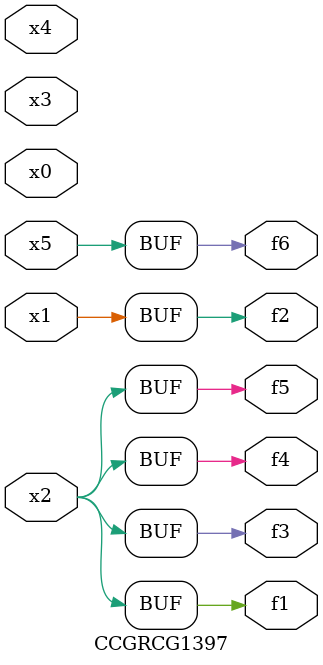
<source format=v>
module CCGRCG1397(
	input x0, x1, x2, x3, x4, x5,
	output f1, f2, f3, f4, f5, f6
);
	assign f1 = x2;
	assign f2 = x1;
	assign f3 = x2;
	assign f4 = x2;
	assign f5 = x2;
	assign f6 = x5;
endmodule

</source>
